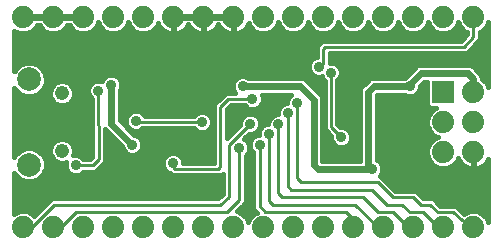
<source format=gbl>
G75*
%MOIN*%
%OFA0B0*%
%FSLAX24Y24*%
%IPPOS*%
%LPD*%
%AMOC8*
5,1,8,0,0,1.08239X$1,22.5*
%
%ADD10C,0.0740*%
%ADD11R,0.0740X0.0740*%
%ADD12C,0.0476*%
%ADD13C,0.0787*%
%ADD14C,0.0160*%
%ADD15C,0.0350*%
%ADD16C,0.0100*%
%ADD17C,0.0240*%
D10*
X003260Y000680D03*
X004260Y000680D03*
X005260Y000680D03*
X006260Y000680D03*
X007260Y000680D03*
X008260Y000680D03*
X009260Y000680D03*
X010260Y000680D03*
X011260Y000680D03*
X012260Y000680D03*
X013260Y000680D03*
X014260Y000680D03*
X015260Y000680D03*
X016260Y000680D03*
X017260Y000680D03*
X018260Y000680D03*
X018260Y003180D03*
X017260Y003180D03*
X017260Y004180D03*
X018260Y004180D03*
X018260Y005180D03*
X018260Y007680D03*
X017260Y007680D03*
X016260Y007680D03*
X015260Y007680D03*
X014260Y007680D03*
X013260Y007680D03*
X012260Y007680D03*
X011260Y007680D03*
X010260Y007680D03*
X009260Y007680D03*
X008260Y007680D03*
X007260Y007680D03*
X006260Y007680D03*
X005260Y007680D03*
X004260Y007680D03*
X003260Y007680D03*
D11*
X017260Y005180D03*
D12*
X004549Y005135D03*
X004549Y003225D03*
D13*
X003447Y002759D03*
X003447Y005601D03*
D14*
X002960Y002489D02*
X002960Y001129D01*
X003154Y001210D01*
X003365Y001210D01*
X003560Y001129D01*
X003623Y001066D01*
X004198Y001640D01*
X009733Y001640D01*
X009900Y001778D01*
X009900Y002461D01*
X009846Y002408D01*
X008223Y002408D01*
X008146Y002484D01*
X008057Y002521D01*
X007963Y002615D01*
X007912Y002738D01*
X007912Y002872D01*
X007963Y002995D01*
X008057Y003089D01*
X008180Y003140D01*
X008314Y003140D01*
X008437Y003089D01*
X008531Y002995D01*
X008582Y002872D01*
X008582Y002827D01*
X009612Y002827D01*
X009612Y004767D01*
X009875Y005029D01*
X009998Y005152D01*
X010313Y005152D01*
X010288Y005178D01*
X010237Y005301D01*
X010237Y005434D01*
X010288Y005557D01*
X010382Y005651D01*
X010505Y005702D01*
X010639Y005702D01*
X010762Y005651D01*
X010766Y005647D01*
X012553Y005647D01*
X012656Y005605D01*
X013184Y005076D01*
X013227Y004973D01*
X013227Y002897D01*
X014480Y002897D01*
X014480Y005236D01*
X014522Y005339D01*
X014710Y005526D01*
X014710Y005526D01*
X014788Y005605D01*
X014891Y005647D01*
X015941Y005647D01*
X015945Y005651D01*
X015971Y005662D01*
X016272Y005964D01*
X016351Y006042D01*
X016454Y006085D01*
X018128Y006085D01*
X018231Y006042D01*
X018418Y005855D01*
X018497Y005776D01*
X018540Y005673D01*
X018540Y005638D01*
X018560Y005629D01*
X018709Y005480D01*
X018760Y005358D01*
X018760Y007502D01*
X018709Y007380D01*
X018560Y007231D01*
X018470Y007193D01*
X018470Y007038D01*
X018476Y006959D01*
X018470Y006952D01*
X018470Y006943D01*
X018414Y006887D01*
X018170Y006602D01*
X018170Y006593D01*
X018114Y006537D01*
X018062Y006477D01*
X018053Y006477D01*
X018046Y006470D01*
X017968Y006470D01*
X017889Y006464D01*
X017882Y006470D01*
X013470Y006470D01*
X013470Y006165D01*
X013576Y006165D01*
X013699Y006114D01*
X013794Y006020D01*
X013845Y005897D01*
X013845Y005763D01*
X013794Y005640D01*
X013720Y005566D01*
X013720Y004117D01*
X013821Y004015D01*
X013926Y004015D01*
X014049Y003964D01*
X014144Y003870D01*
X014195Y003747D01*
X014195Y003613D01*
X014144Y003490D01*
X014049Y003396D01*
X013926Y003345D01*
X013793Y003345D01*
X013670Y003396D01*
X013576Y003490D01*
X013525Y003613D01*
X013525Y003718D01*
X013300Y003943D01*
X013300Y005566D01*
X013226Y005640D01*
X013199Y005704D01*
X013176Y005695D01*
X013043Y005695D01*
X012920Y005746D01*
X012826Y005840D01*
X012775Y005963D01*
X012775Y006097D01*
X012826Y006220D01*
X012920Y006314D01*
X013043Y006365D01*
X013050Y006365D01*
X013050Y006717D01*
X013223Y006890D01*
X017863Y006890D01*
X018050Y007108D01*
X018050Y007193D01*
X017959Y007231D01*
X017810Y007380D01*
X017760Y007502D01*
X017709Y007380D01*
X017560Y007231D01*
X017365Y007150D01*
X017154Y007150D01*
X016959Y007231D01*
X016810Y007380D01*
X016760Y007502D01*
X016709Y007380D01*
X016560Y007231D01*
X016365Y007150D01*
X016154Y007150D01*
X015959Y007231D01*
X015810Y007380D01*
X015760Y007502D01*
X015709Y007380D01*
X015560Y007231D01*
X015365Y007150D01*
X015154Y007150D01*
X014959Y007231D01*
X014810Y007380D01*
X014760Y007502D01*
X014709Y007380D01*
X014560Y007231D01*
X014365Y007150D01*
X014154Y007150D01*
X013959Y007231D01*
X013810Y007380D01*
X013760Y007502D01*
X013709Y007380D01*
X013560Y007231D01*
X013365Y007150D01*
X013154Y007150D01*
X012959Y007231D01*
X012810Y007380D01*
X012760Y007502D01*
X012709Y007380D01*
X012560Y007231D01*
X012365Y007150D01*
X012154Y007150D01*
X011959Y007231D01*
X011810Y007380D01*
X011760Y007502D01*
X011709Y007380D01*
X011560Y007231D01*
X011365Y007150D01*
X011154Y007150D01*
X010959Y007231D01*
X010810Y007380D01*
X010771Y007474D01*
X010769Y007469D01*
X010730Y007392D01*
X010679Y007322D01*
X010618Y007260D01*
X010548Y007210D01*
X010471Y007170D01*
X010388Y007144D01*
X010303Y007130D01*
X010280Y007130D01*
X010280Y007660D01*
X010240Y007660D01*
X010240Y007130D01*
X010216Y007130D01*
X010131Y007144D01*
X010048Y007170D01*
X009971Y007210D01*
X009901Y007260D01*
X009840Y007322D01*
X009789Y007392D01*
X009760Y007450D01*
X009730Y007392D01*
X009679Y007322D01*
X009618Y007260D01*
X009548Y007210D01*
X009471Y007170D01*
X009388Y007144D01*
X009303Y007130D01*
X009280Y007130D01*
X009280Y007660D01*
X009280Y007700D01*
X010240Y007700D01*
X010240Y007660D01*
X009810Y007660D01*
X009280Y007660D01*
X009240Y007660D01*
X009240Y007130D01*
X009216Y007130D01*
X009131Y007144D01*
X009048Y007170D01*
X008971Y007210D01*
X008901Y007260D01*
X008840Y007322D01*
X008789Y007392D01*
X008760Y007450D01*
X008730Y007392D01*
X008679Y007322D01*
X008618Y007260D01*
X008548Y007210D01*
X008471Y007170D01*
X008388Y007144D01*
X008303Y007130D01*
X008280Y007130D01*
X008280Y007660D01*
X008280Y007700D01*
X009240Y007700D01*
X009240Y007660D01*
X008710Y007660D01*
X008280Y007660D01*
X008240Y007660D01*
X008240Y007130D01*
X008216Y007130D01*
X008131Y007144D01*
X008048Y007170D01*
X007971Y007210D01*
X007901Y007260D01*
X007840Y007322D01*
X007789Y007392D01*
X007750Y007469D01*
X007748Y007474D01*
X007709Y007380D01*
X007560Y007231D01*
X007365Y007150D01*
X007154Y007150D01*
X006959Y007231D01*
X006810Y007380D01*
X006760Y007502D01*
X006709Y007380D01*
X006560Y007231D01*
X006365Y007150D01*
X006154Y007150D01*
X005959Y007231D01*
X005810Y007380D01*
X005760Y007502D01*
X005709Y007380D01*
X005560Y007231D01*
X005365Y007150D01*
X005154Y007150D01*
X004959Y007231D01*
X004810Y007380D01*
X004802Y007400D01*
X004717Y007400D01*
X004709Y007380D01*
X004560Y007231D01*
X004365Y007150D01*
X004154Y007150D01*
X003959Y007231D01*
X003810Y007380D01*
X003802Y007400D01*
X003717Y007400D01*
X003709Y007380D01*
X003560Y007231D01*
X003365Y007150D01*
X003154Y007150D01*
X002960Y007231D01*
X002960Y005871D01*
X002978Y005915D01*
X003133Y006071D01*
X003337Y006155D01*
X003557Y006155D01*
X003761Y006071D01*
X003916Y005915D01*
X004001Y005711D01*
X004001Y005491D01*
X003916Y005288D01*
X003761Y005132D01*
X003557Y005048D01*
X003337Y005048D01*
X003133Y005132D01*
X002978Y005288D01*
X002960Y005331D01*
X002960Y003029D01*
X002978Y003072D01*
X003133Y003228D01*
X003337Y003312D01*
X003557Y003312D01*
X003761Y003228D01*
X003916Y003072D01*
X004001Y002869D01*
X004001Y002649D01*
X003916Y002445D01*
X003761Y002289D01*
X003557Y002205D01*
X003337Y002205D01*
X003133Y002289D01*
X002978Y002445D01*
X002960Y002489D01*
X002960Y002399D02*
X003024Y002399D01*
X002960Y002241D02*
X003251Y002241D01*
X002960Y002082D02*
X009900Y002082D01*
X009900Y001924D02*
X002960Y001924D01*
X002960Y001765D02*
X009883Y001765D01*
X010380Y001204D02*
X010670Y001493D01*
X010670Y003066D01*
X010744Y003140D01*
X010795Y003263D01*
X010795Y003397D01*
X010744Y003520D01*
X010649Y003614D01*
X010617Y003628D01*
X010777Y003783D01*
X010889Y003783D01*
X011012Y003834D01*
X011106Y003928D01*
X011157Y004051D01*
X011157Y004184D01*
X011106Y004307D01*
X011012Y004401D01*
X010889Y004452D01*
X010755Y004452D01*
X010632Y004401D01*
X010538Y004307D01*
X010487Y004184D01*
X010487Y004086D01*
X010032Y003647D01*
X010032Y004593D01*
X010171Y004733D01*
X010633Y004733D01*
X010707Y004659D01*
X010830Y004608D01*
X010964Y004608D01*
X011087Y004659D01*
X011181Y004753D01*
X011232Y004876D01*
X011232Y005009D01*
X011200Y005088D01*
X012168Y005088D01*
X012101Y005020D01*
X012050Y004897D01*
X012050Y004802D01*
X012005Y004802D01*
X011882Y004751D01*
X011788Y004657D01*
X011737Y004534D01*
X011737Y004440D01*
X011693Y004440D01*
X011570Y004389D01*
X011476Y004295D01*
X011425Y004172D01*
X011425Y004127D01*
X011380Y004127D01*
X011257Y004076D01*
X011163Y003982D01*
X011112Y003859D01*
X011112Y003765D01*
X011068Y003765D01*
X010945Y003714D01*
X010851Y003620D01*
X010800Y003497D01*
X010800Y003363D01*
X010851Y003240D01*
X010925Y003166D01*
X010925Y001281D01*
X011042Y001163D01*
X010959Y001129D01*
X010810Y000980D01*
X010760Y000858D01*
X010709Y000980D01*
X010560Y001129D01*
X010380Y001204D01*
X010466Y001290D02*
X010925Y001290D01*
X010963Y001131D02*
X010556Y001131D01*
X010712Y000973D02*
X010807Y000973D01*
X010925Y001448D02*
X010624Y001448D01*
X010670Y001607D02*
X010925Y001607D01*
X010925Y001765D02*
X010670Y001765D01*
X010670Y001924D02*
X010925Y001924D01*
X010925Y002082D02*
X010670Y002082D01*
X010670Y002241D02*
X010925Y002241D01*
X010925Y002399D02*
X010670Y002399D01*
X010670Y002558D02*
X010925Y002558D01*
X010925Y002716D02*
X010670Y002716D01*
X010670Y002875D02*
X010925Y002875D01*
X010925Y003033D02*
X010670Y003033D01*
X010765Y003192D02*
X010899Y003192D01*
X010805Y003350D02*
X010795Y003350D01*
X010804Y003509D02*
X010748Y003509D01*
X010658Y003667D02*
X010898Y003667D01*
X010992Y003826D02*
X011112Y003826D01*
X011129Y003984D02*
X011165Y003984D01*
X011157Y004143D02*
X011425Y004143D01*
X011482Y004301D02*
X011109Y004301D01*
X010989Y004618D02*
X011772Y004618D01*
X011737Y004460D02*
X010032Y004460D01*
X010057Y004618D02*
X010805Y004618D01*
X011191Y004777D02*
X011943Y004777D01*
X012065Y004935D02*
X011232Y004935D01*
X010257Y005252D02*
X006473Y005252D01*
X006469Y005240D02*
X006520Y005363D01*
X006520Y005497D01*
X006469Y005620D01*
X006374Y005714D01*
X006251Y005765D01*
X006118Y005765D01*
X005995Y005714D01*
X005901Y005620D01*
X005870Y005547D01*
X005826Y005565D01*
X005693Y005565D01*
X005570Y005514D01*
X005476Y005420D01*
X005425Y005297D01*
X005425Y005163D01*
X005476Y005040D01*
X005551Y004965D01*
X005559Y003027D01*
X005483Y002950D01*
X005263Y002950D01*
X005189Y003024D01*
X005066Y003075D01*
X004933Y003075D01*
X004915Y003068D01*
X004947Y003146D01*
X004947Y003304D01*
X004887Y003451D01*
X004775Y003563D01*
X004629Y003623D01*
X004470Y003623D01*
X004324Y003563D01*
X004212Y003451D01*
X004151Y003304D01*
X004151Y003146D01*
X004212Y003000D01*
X004324Y002888D01*
X004470Y002827D01*
X004629Y002827D01*
X004682Y002849D01*
X004665Y002807D01*
X004665Y002673D01*
X004716Y002550D01*
X004810Y002456D01*
X004933Y002405D01*
X005066Y002405D01*
X005189Y002456D01*
X005263Y002530D01*
X005656Y002530D01*
X005780Y002653D01*
X005857Y002730D01*
X005857Y002730D01*
X005918Y002792D01*
X005980Y002853D01*
X005980Y002854D01*
X005980Y002940D01*
X005980Y003027D01*
X005979Y003027D01*
X005975Y003943D01*
X006550Y003369D01*
X006550Y003363D01*
X006601Y003240D01*
X006695Y003146D01*
X006818Y003095D01*
X006951Y003095D01*
X007074Y003146D01*
X007169Y003240D01*
X007220Y003363D01*
X007220Y003497D01*
X007169Y003620D01*
X007074Y003714D01*
X006951Y003765D01*
X006945Y003765D01*
X006465Y004246D01*
X006465Y005236D01*
X006469Y005240D01*
X006465Y005094D02*
X009939Y005094D01*
X009780Y004935D02*
X006465Y004935D01*
X006465Y004777D02*
X009622Y004777D01*
X009612Y004618D02*
X006465Y004618D01*
X006465Y004460D02*
X006765Y004460D01*
X006726Y004420D02*
X006820Y004514D01*
X006943Y004565D01*
X007076Y004565D01*
X007199Y004514D01*
X007294Y004420D01*
X007306Y004390D01*
X008946Y004390D01*
X009020Y004464D01*
X009143Y004515D01*
X009276Y004515D01*
X009399Y004464D01*
X009494Y004370D01*
X009545Y004247D01*
X009545Y004113D01*
X009494Y003990D01*
X009399Y003896D01*
X009276Y003845D01*
X009143Y003845D01*
X009020Y003896D01*
X008946Y003970D01*
X007223Y003970D01*
X007199Y003946D01*
X007076Y003895D01*
X006943Y003895D01*
X006820Y003946D01*
X006726Y004040D01*
X006675Y004163D01*
X006675Y004297D01*
X006726Y004420D01*
X006676Y004301D02*
X006465Y004301D01*
X006568Y004143D02*
X006683Y004143D01*
X006726Y003984D02*
X006782Y003984D01*
X006885Y003826D02*
X009612Y003826D01*
X009612Y003667D02*
X007121Y003667D01*
X007215Y003509D02*
X009612Y003509D01*
X009612Y003350D02*
X007214Y003350D01*
X007120Y003192D02*
X009612Y003192D01*
X009612Y003033D02*
X008493Y003033D01*
X008581Y002875D02*
X009612Y002875D01*
X009900Y002399D02*
X003870Y002399D01*
X003963Y002558D02*
X004713Y002558D01*
X004665Y002716D02*
X004001Y002716D01*
X003998Y002875D02*
X004356Y002875D01*
X004198Y003033D02*
X003933Y003033D01*
X003797Y003192D02*
X004151Y003192D01*
X004170Y003350D02*
X002960Y003350D01*
X002960Y003509D02*
X004270Y003509D01*
X004829Y003509D02*
X005557Y003509D01*
X005558Y003350D02*
X004929Y003350D01*
X004947Y003192D02*
X005558Y003192D01*
X005559Y003033D02*
X005168Y003033D01*
X005684Y002558D02*
X008021Y002558D01*
X007921Y002716D02*
X005843Y002716D01*
X005980Y002854D02*
X005980Y002854D01*
X005980Y002875D02*
X007913Y002875D01*
X008001Y003033D02*
X005979Y003033D01*
X005978Y003192D02*
X006649Y003192D01*
X006555Y003350D02*
X005978Y003350D01*
X005977Y003509D02*
X006410Y003509D01*
X006252Y003667D02*
X005976Y003667D01*
X005976Y003826D02*
X006093Y003826D01*
X005556Y003826D02*
X002960Y003826D01*
X002960Y003667D02*
X005556Y003667D01*
X005555Y003984D02*
X002960Y003984D01*
X002960Y004143D02*
X005554Y004143D01*
X005554Y004301D02*
X002960Y004301D01*
X002960Y004460D02*
X005553Y004460D01*
X005552Y004618D02*
X002960Y004618D01*
X002960Y004777D02*
X004374Y004777D01*
X004324Y004797D02*
X004470Y004737D01*
X004629Y004737D01*
X004775Y004797D01*
X004887Y004909D01*
X004947Y005056D01*
X004947Y005214D01*
X004887Y005360D01*
X004775Y005472D01*
X004629Y005533D01*
X004470Y005533D01*
X004324Y005472D01*
X004212Y005360D01*
X004151Y005214D01*
X004151Y005056D01*
X004212Y004909D01*
X004324Y004797D01*
X004201Y004935D02*
X002960Y004935D01*
X002960Y005094D02*
X003226Y005094D01*
X003013Y005252D02*
X002960Y005252D01*
X003668Y005094D02*
X004151Y005094D01*
X004167Y005252D02*
X003881Y005252D01*
X003967Y005411D02*
X004262Y005411D01*
X004001Y005569D02*
X005879Y005569D01*
X006027Y005728D02*
X003994Y005728D01*
X003928Y005886D02*
X012807Y005886D01*
X012775Y006045D02*
X003787Y006045D01*
X003107Y006045D02*
X002960Y006045D01*
X002960Y005886D02*
X002966Y005886D01*
X002960Y006203D02*
X012819Y006203D01*
X013034Y006362D02*
X002960Y006362D01*
X002960Y006520D02*
X013050Y006520D01*
X013050Y006679D02*
X002960Y006679D01*
X002960Y006837D02*
X013170Y006837D01*
X013144Y007154D02*
X012375Y007154D01*
X012144Y007154D02*
X011375Y007154D01*
X011144Y007154D02*
X010421Y007154D01*
X010280Y007154D02*
X010240Y007154D01*
X010099Y007154D02*
X009421Y007154D01*
X009280Y007154D02*
X009240Y007154D01*
X009099Y007154D02*
X008421Y007154D01*
X008280Y007154D02*
X008240Y007154D01*
X008099Y007154D02*
X007375Y007154D01*
X007144Y007154D02*
X006375Y007154D01*
X006144Y007154D02*
X005375Y007154D01*
X005144Y007154D02*
X004375Y007154D01*
X004144Y007154D02*
X003375Y007154D01*
X003144Y007154D02*
X002960Y007154D01*
X002960Y006996D02*
X017953Y006996D01*
X018050Y007154D02*
X017375Y007154D01*
X017144Y007154D02*
X016375Y007154D01*
X016144Y007154D02*
X015375Y007154D01*
X015144Y007154D02*
X014375Y007154D01*
X014144Y007154D02*
X013375Y007154D01*
X013642Y007313D02*
X013877Y007313D01*
X013772Y007471D02*
X013747Y007471D01*
X012877Y007313D02*
X012642Y007313D01*
X012747Y007471D02*
X012772Y007471D01*
X011877Y007313D02*
X011642Y007313D01*
X011747Y007471D02*
X011772Y007471D01*
X010877Y007313D02*
X010670Y007313D01*
X010770Y007471D02*
X010772Y007471D01*
X010280Y007471D02*
X010240Y007471D01*
X010240Y007313D02*
X010280Y007313D01*
X009849Y007313D02*
X009670Y007313D01*
X009280Y007313D02*
X009240Y007313D01*
X009240Y007471D02*
X009280Y007471D01*
X009280Y007630D02*
X009240Y007630D01*
X008849Y007313D02*
X008670Y007313D01*
X008280Y007313D02*
X008240Y007313D01*
X008240Y007471D02*
X008280Y007471D01*
X008280Y007630D02*
X008240Y007630D01*
X007749Y007471D02*
X007747Y007471D01*
X007849Y007313D02*
X007642Y007313D01*
X006877Y007313D02*
X006642Y007313D01*
X006747Y007471D02*
X006772Y007471D01*
X005877Y007313D02*
X005642Y007313D01*
X005747Y007471D02*
X005772Y007471D01*
X004877Y007313D02*
X004642Y007313D01*
X003877Y007313D02*
X003642Y007313D01*
X006342Y005728D02*
X012964Y005728D01*
X012691Y005569D02*
X013297Y005569D01*
X013300Y005411D02*
X012850Y005411D01*
X013008Y005252D02*
X013300Y005252D01*
X013300Y005094D02*
X013167Y005094D01*
X013227Y004935D02*
X013300Y004935D01*
X013300Y004777D02*
X013227Y004777D01*
X013227Y004618D02*
X013300Y004618D01*
X013300Y004460D02*
X013227Y004460D01*
X013227Y004301D02*
X013300Y004301D01*
X013300Y004143D02*
X013227Y004143D01*
X013227Y003984D02*
X013300Y003984D01*
X013227Y003826D02*
X013417Y003826D01*
X013525Y003667D02*
X013227Y003667D01*
X013227Y003509D02*
X013568Y003509D01*
X013781Y003350D02*
X013227Y003350D01*
X013227Y003192D02*
X014480Y003192D01*
X014480Y003350D02*
X013938Y003350D01*
X014151Y003509D02*
X014480Y003509D01*
X014480Y003667D02*
X014195Y003667D01*
X014162Y003826D02*
X014480Y003826D01*
X014480Y003984D02*
X014001Y003984D01*
X013720Y004143D02*
X014480Y004143D01*
X014480Y004301D02*
X013720Y004301D01*
X013720Y004460D02*
X014480Y004460D01*
X014480Y004618D02*
X013720Y004618D01*
X013720Y004777D02*
X014480Y004777D01*
X014480Y004935D02*
X013720Y004935D01*
X013720Y005094D02*
X014480Y005094D01*
X014486Y005252D02*
X013720Y005252D01*
X013720Y005411D02*
X014594Y005411D01*
X014753Y005569D02*
X013722Y005569D01*
X013830Y005728D02*
X016036Y005728D01*
X016195Y005886D02*
X013845Y005886D01*
X013769Y006045D02*
X016356Y006045D01*
X016625Y005525D02*
X016730Y005525D01*
X016730Y004744D01*
X016823Y004650D01*
X017009Y004650D01*
X016959Y004629D01*
X016810Y004480D01*
X016730Y004285D01*
X016730Y004075D01*
X016810Y003880D01*
X016959Y003731D01*
X017082Y003680D01*
X016959Y003629D01*
X016810Y003480D01*
X016730Y003285D01*
X016730Y003075D01*
X016810Y002880D01*
X016959Y002731D01*
X017154Y002650D01*
X017365Y002650D01*
X017560Y002731D01*
X017709Y002880D01*
X017748Y002974D01*
X017750Y002969D01*
X017789Y002892D01*
X017840Y002822D01*
X017901Y002760D01*
X017971Y002710D01*
X018048Y002670D01*
X018131Y002644D01*
X018216Y002630D01*
X018240Y002630D01*
X018240Y003160D01*
X018280Y003160D01*
X018280Y002630D01*
X018303Y002630D01*
X018388Y002644D01*
X018471Y002670D01*
X018548Y002710D01*
X018618Y002760D01*
X018679Y002822D01*
X018730Y002892D01*
X018760Y002950D01*
X018760Y000858D01*
X018709Y000980D01*
X018560Y001129D01*
X018365Y001210D01*
X018154Y001210D01*
X017959Y001129D01*
X017953Y001123D01*
X017716Y001333D01*
X017659Y001390D01*
X017652Y001390D01*
X017647Y001395D01*
X017566Y001390D01*
X017159Y001390D01*
X016909Y001640D01*
X016596Y001640D01*
X016346Y001890D01*
X015659Y001890D01*
X015159Y002390D01*
X015131Y002390D01*
X015169Y002428D01*
X015220Y002551D01*
X015220Y002684D01*
X015169Y002807D01*
X015074Y002901D01*
X015048Y002912D01*
X015043Y002917D01*
X015040Y002919D01*
X015040Y005064D01*
X015063Y005088D01*
X015941Y005088D01*
X015945Y005084D01*
X016068Y005033D01*
X016201Y005033D01*
X016324Y005084D01*
X016419Y005178D01*
X016470Y005301D01*
X016470Y005369D01*
X016625Y005525D01*
X016730Y005411D02*
X016511Y005411D01*
X016449Y005252D02*
X016730Y005252D01*
X016730Y005094D02*
X016334Y005094D01*
X016730Y004935D02*
X015040Y004935D01*
X015040Y004777D02*
X016730Y004777D01*
X016948Y004618D02*
X015040Y004618D01*
X015040Y004460D02*
X016802Y004460D01*
X016736Y004301D02*
X015040Y004301D01*
X015040Y004143D02*
X016730Y004143D01*
X016767Y003984D02*
X015040Y003984D01*
X015040Y003826D02*
X016864Y003826D01*
X017050Y003667D02*
X015040Y003667D01*
X015040Y003509D02*
X016838Y003509D01*
X016756Y003350D02*
X015040Y003350D01*
X015040Y003192D02*
X016730Y003192D01*
X016747Y003033D02*
X015040Y003033D01*
X015101Y002875D02*
X016815Y002875D01*
X016995Y002716D02*
X015206Y002716D01*
X015220Y002558D02*
X018760Y002558D01*
X018760Y002716D02*
X018557Y002716D01*
X018280Y002716D02*
X018240Y002716D01*
X018240Y002875D02*
X018280Y002875D01*
X018280Y003033D02*
X018240Y003033D01*
X018717Y002875D02*
X018760Y002875D01*
X017962Y002716D02*
X017524Y002716D01*
X017704Y002875D02*
X017802Y002875D01*
X018760Y002399D02*
X015140Y002399D01*
X015308Y002241D02*
X018760Y002241D01*
X018760Y002082D02*
X015467Y002082D01*
X015625Y001924D02*
X018760Y001924D01*
X018760Y001765D02*
X016471Y001765D01*
X016942Y001607D02*
X018760Y001607D01*
X018760Y001448D02*
X017101Y001448D01*
X017765Y001290D02*
X018760Y001290D01*
X018760Y001131D02*
X018556Y001131D01*
X018712Y000973D02*
X018760Y000973D01*
X017963Y001131D02*
X017943Y001131D01*
X014480Y003033D02*
X013227Y003033D01*
X010487Y004143D02*
X010032Y004143D01*
X010032Y003984D02*
X010381Y003984D01*
X010217Y003826D02*
X010032Y003826D01*
X010032Y003667D02*
X010053Y003667D01*
X009612Y003984D02*
X009487Y003984D01*
X009545Y004143D02*
X009612Y004143D01*
X009612Y004301D02*
X009522Y004301D01*
X009612Y004460D02*
X009404Y004460D01*
X009015Y004460D02*
X007254Y004460D01*
X006520Y005411D02*
X010237Y005411D01*
X010300Y005569D02*
X006490Y005569D01*
X005472Y005411D02*
X004837Y005411D01*
X004932Y005252D02*
X005425Y005252D01*
X005453Y005094D02*
X004947Y005094D01*
X004898Y004935D02*
X005551Y004935D01*
X005551Y004777D02*
X004725Y004777D01*
X003097Y003192D02*
X002960Y003192D01*
X002960Y003033D02*
X002961Y003033D01*
X003643Y002241D02*
X009900Y002241D01*
X010032Y004301D02*
X010535Y004301D01*
X013470Y006203D02*
X018760Y006203D01*
X018760Y006362D02*
X013470Y006362D01*
X014642Y007313D02*
X014877Y007313D01*
X014772Y007471D02*
X014747Y007471D01*
X015642Y007313D02*
X015877Y007313D01*
X015772Y007471D02*
X015747Y007471D01*
X016642Y007313D02*
X016877Y007313D01*
X016772Y007471D02*
X016747Y007471D01*
X017642Y007313D02*
X017877Y007313D01*
X017772Y007471D02*
X017747Y007471D01*
X018470Y007154D02*
X018760Y007154D01*
X018760Y006996D02*
X018473Y006996D01*
X018371Y006837D02*
X018760Y006837D01*
X018760Y006679D02*
X018235Y006679D01*
X018099Y006520D02*
X018760Y006520D01*
X018760Y006045D02*
X018225Y006045D01*
X018387Y005886D02*
X018760Y005886D01*
X018760Y005728D02*
X018517Y005728D01*
X018620Y005569D02*
X018760Y005569D01*
X018760Y005411D02*
X018738Y005411D01*
X018760Y007313D02*
X018642Y007313D01*
X018747Y007471D02*
X018760Y007471D01*
X010280Y007630D02*
X010240Y007630D01*
X004164Y001607D02*
X002960Y001607D01*
X002960Y001448D02*
X004006Y001448D01*
X003847Y001290D02*
X002960Y001290D01*
X002960Y001131D02*
X002963Y001131D01*
X003556Y001131D02*
X003689Y001131D01*
D15*
X004697Y001743D03*
X004635Y002243D03*
X004197Y002493D03*
X005000Y002740D03*
X006885Y003430D03*
X008247Y002805D03*
X010460Y003330D03*
X011135Y003430D03*
X011447Y003793D03*
X011760Y004105D03*
X011260Y004430D03*
X010822Y004118D03*
X012072Y004468D03*
X012385Y004830D03*
X010897Y004943D03*
X010572Y005368D03*
X009135Y004993D03*
X008635Y005305D03*
X008560Y006080D03*
X006947Y005993D03*
X006947Y006555D03*
X005560Y005655D03*
X005760Y005230D03*
X006185Y005430D03*
X007010Y004230D03*
X009210Y004180D03*
X013110Y006030D03*
X013510Y005830D03*
X015822Y005868D03*
X016135Y005368D03*
X015822Y004555D03*
X016322Y004305D03*
X015822Y003930D03*
X016322Y003805D03*
X014260Y003180D03*
X013822Y003180D03*
X013860Y003680D03*
X014060Y004130D03*
X014885Y002618D03*
X017635Y001743D03*
X018635Y001930D03*
X003510Y006680D03*
X003135Y006868D03*
X003135Y006430D03*
D16*
X005760Y005230D02*
X005770Y002940D01*
X005570Y002740D01*
X005000Y002740D01*
X004285Y001430D02*
X003535Y000680D01*
X003260Y000680D01*
X004260Y000680D02*
X004510Y000680D01*
X005010Y001180D01*
X010060Y001180D01*
X010460Y001580D01*
X010460Y003330D01*
X010110Y003430D02*
X010110Y001680D01*
X009810Y001430D01*
X004285Y001430D01*
X008247Y002680D02*
X008310Y002618D01*
X009760Y002618D01*
X009822Y002680D01*
X009822Y004680D01*
X010085Y004943D01*
X010897Y004943D01*
X012072Y004468D02*
X012072Y002055D01*
X012197Y001930D01*
X014885Y001930D01*
X015385Y001430D01*
X015885Y001430D01*
X016135Y001180D01*
X016572Y001180D01*
X017072Y000680D01*
X017260Y000680D01*
X017072Y001180D02*
X017572Y001180D01*
X018135Y000680D01*
X018260Y000680D01*
X017072Y001180D02*
X016822Y001430D01*
X016510Y001430D01*
X016260Y001680D01*
X015572Y001680D01*
X015072Y002180D01*
X012510Y002180D01*
X012385Y002305D01*
X012385Y004830D01*
X011760Y004105D02*
X011760Y001805D01*
X011885Y001680D01*
X014572Y001680D01*
X015072Y001180D01*
X015572Y001180D01*
X016072Y000680D01*
X016260Y000680D01*
X015260Y000680D02*
X015072Y000680D01*
X014322Y001430D01*
X011572Y001430D01*
X011447Y001555D01*
X011447Y003793D01*
X010822Y004118D02*
X010110Y003430D01*
X011135Y003430D02*
X011135Y001368D01*
X011322Y001180D01*
X014022Y001180D01*
X014260Y000943D01*
X014260Y000680D01*
X013860Y003680D02*
X013510Y004030D01*
X013510Y005830D01*
X013260Y006130D02*
X013160Y006030D01*
X013110Y006030D01*
X013260Y006130D02*
X013260Y006630D01*
X013310Y006680D01*
X017960Y006680D01*
X018260Y007030D01*
X018260Y007680D01*
X009210Y004180D02*
X007060Y004180D01*
X007010Y004230D01*
X008247Y002805D02*
X008247Y002680D01*
D17*
X006885Y003430D02*
X006185Y004130D01*
X006185Y005430D01*
X005260Y007680D02*
X004260Y007680D01*
X003260Y007680D01*
X010572Y005368D02*
X012497Y005368D01*
X012947Y004918D01*
X012947Y002743D01*
X013072Y002618D01*
X014822Y002618D01*
X014760Y002680D01*
X014760Y005180D01*
X014947Y005368D01*
X016072Y005368D01*
X016510Y005805D01*
X018072Y005805D01*
X018260Y005618D01*
X018260Y005180D01*
X016135Y005368D02*
X016072Y005368D01*
X014885Y002680D02*
X014822Y002618D01*
X014885Y002618D01*
X014885Y002680D01*
M02*

</source>
